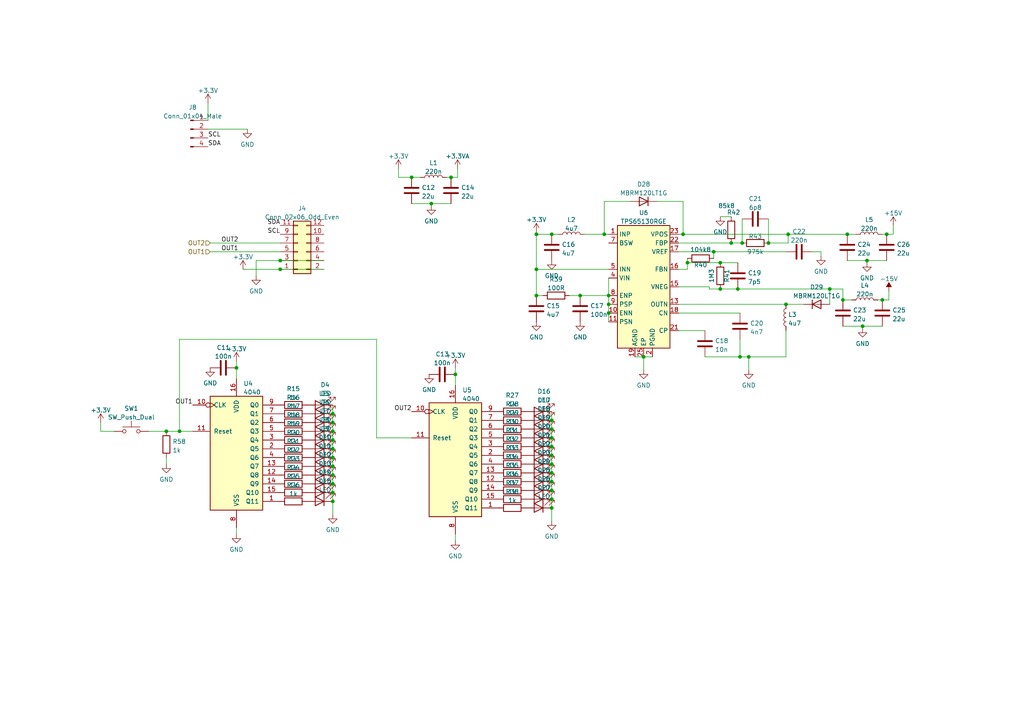
<source format=kicad_sch>
(kicad_sch (version 20211123) (generator eeschema)
  (paper "A4")
  (lib_symbols
    (symbol "4xxx:4040" (pin_names (offset 1.016))
      (property "Reference" "U" (at -7.62 16.51 0))
      (property "Value" "4040" (at -7.62 -19.05 0))
      (symbol "4040_1_0"
        (pin output line (at 12.7 -15.24 180) (length 5.08) (name "Q11") (number "1"))
        (pin input inverted_clock (at -12.7 12.7 0) (length 5.08) (name "CLK") (number "10"))
        (pin input line (at -12.7 5.08 0) (length 5.08) (name "Reset") (number "11"))
        (pin output line (at 12.7 -7.62 180) (length 5.08) (name "Q8") (number "12"))
        (pin output line (at 12.7 -5.08 180) (length 5.08) (name "Q7") (number "13"))
        (pin output line (at 12.7 -10.16 180) (length 5.08) (name "Q9") (number "14"))
        (pin output line (at 12.7 -12.7 180) (length 5.08) (name "Q10") (number "15"))
        (pin power_in line (at 0 20.32 270) (length 5.08) (name "VDD") (number "16"))
        (pin output line (at 12.7 0 180) (length 5.08) (name "Q5") (number "2"))
        (pin output line (at 12.7 2.54 180) (length 5.08) (name "Q4") (number "3"))
        (pin output line (at 12.7 -2.54 180) (length 5.08) (name "Q6") (number "4"))
        (pin output line (at 12.7 5.08 180) (length 5.08) (name "Q3") (number "5"))
        (pin output line (at 12.7 7.62 180) (length 5.08) (name "Q2") (number "6"))
        (pin output line (at 12.7 10.16 180) (length 5.08) (name "Q1") (number "7"))
        (pin power_in line (at 0 -22.86 90) (length 5.08) (name "VSS") (number "8"))
        (pin output line (at 12.7 12.7 180) (length 5.08) (name "Q0") (number "9"))
      )
      (symbol "4040_1_1"
        (rectangle (start -7.62 15.24) (end 7.62 -17.78) (stroke (width 0.254)) (fill (type background)))
      )
    )
    (symbol "Connector:Conn_01x04_Male" (pin_names (offset 1.016) hide)
      (property "Reference" "J" (at 0 5.08 0))
      (property "Value" "Conn_01x04_Male" (at 0 -7.62 0))
      (symbol "Conn_01x04_Male_1_1"
        (polyline (pts (xy 1.27 -5.08) (xy 0.8636 -5.08)) (stroke (width 0.1524)))
        (polyline (pts (xy 1.27 -2.54) (xy 0.8636 -2.54)) (stroke (width 0.1524)))
        (polyline (pts (xy 1.27 0) (xy 0.8636 0)) (stroke (width 0.1524)))
        (polyline (pts (xy 1.27 2.54) (xy 0.8636 2.54)) (stroke (width 0.1524)))
        (rectangle (start 0.8636 -4.953) (end 0 -5.207) (stroke (width 0.1524)) (fill (type outline)))
        (rectangle (start 0.8636 -2.413) (end 0 -2.667) (stroke (width 0.1524)) (fill (type outline)))
        (rectangle (start 0.8636 0.127) (end 0 -0.127) (stroke (width 0.1524)) (fill (type outline)))
        (rectangle (start 0.8636 2.667) (end 0 2.413) (stroke (width 0.1524)) (fill (type outline)))
        (pin passive line (at 5.08 2.54 180) (length 3.81) (name "Pin_1") (number "1"))
        (pin passive line (at 5.08 0 180) (length 3.81) (name "Pin_2") (number "2"))
        (pin passive line (at 5.08 -2.54 180) (length 3.81) (name "Pin_3") (number "3"))
        (pin passive line (at 5.08 -5.08 180) (length 3.81) (name "Pin_4") (number "4"))
      )
    )
    (symbol "Connector_Generic:Conn_02x06_Odd_Even" (pin_names (offset 1.016) hide)
      (property "Reference" "J" (at 1.27 7.62 0))
      (property "Value" "Conn_02x06_Odd_Even" (at 1.27 -10.16 0))
      (symbol "Conn_02x06_Odd_Even_1_1"
        (rectangle (start -1.27 -7.493) (end 0 -7.747) (stroke (width 0.1524)))
        (rectangle (start -1.27 -4.953) (end 0 -5.207) (stroke (width 0.1524)))
        (rectangle (start -1.27 -2.413) (end 0 -2.667) (stroke (width 0.1524)))
        (rectangle (start -1.27 0.127) (end 0 -0.127) (stroke (width 0.1524)))
        (rectangle (start -1.27 2.667) (end 0 2.413) (stroke (width 0.1524)))
        (rectangle (start -1.27 5.207) (end 0 4.953) (stroke (width 0.1524)))
        (rectangle (start -1.27 6.35) (end 3.81 -8.89) (stroke (width 0.254)) (fill (type background)))
        (rectangle (start 3.81 -7.493) (end 2.54 -7.747) (stroke (width 0.1524)))
        (rectangle (start 3.81 -4.953) (end 2.54 -5.207) (stroke (width 0.1524)))
        (rectangle (start 3.81 -2.413) (end 2.54 -2.667) (stroke (width 0.1524)))
        (rectangle (start 3.81 0.127) (end 2.54 -0.127) (stroke (width 0.1524)))
        (rectangle (start 3.81 2.667) (end 2.54 2.413) (stroke (width 0.1524)))
        (rectangle (start 3.81 5.207) (end 2.54 4.953) (stroke (width 0.1524)))
        (pin passive line (at -5.08 5.08 0) (length 3.81) (name "Pin_1") (number "1"))
        (pin passive line (at 7.62 -5.08 180) (length 3.81) (name "Pin_10") (number "10"))
        (pin passive line (at -5.08 -7.62 0) (length 3.81) (name "Pin_11") (number "11"))
        (pin passive line (at 7.62 -7.62 180) (length 3.81) (name "Pin_12") (number "12"))
        (pin passive line (at 7.62 5.08 180) (length 3.81) (name "Pin_2") (number "2"))
        (pin passive line (at -5.08 2.54 0) (length 3.81) (name "Pin_3") (number "3"))
        (pin passive line (at 7.62 2.54 180) (length 3.81) (name "Pin_4") (number "4"))
        (pin passive line (at -5.08 0 0) (length 3.81) (name "Pin_5") (number "5"))
        (pin passive line (at 7.62 0 180) (length 3.81) (name "Pin_6") (number "6"))
        (pin passive line (at -5.08 -2.54 0) (length 3.81) (name "Pin_7") (number "7"))
        (pin passive line (at 7.62 -2.54 180) (length 3.81) (name "Pin_8") (number "8"))
        (pin passive line (at -5.08 -5.08 0) (length 3.81) (name "Pin_9") (number "9"))
      )
    )
    (symbol "Device:C" (pin_numbers hide) (pin_names (offset 0.254))
      (property "Reference" "C" (at 0.635 2.54 0))
      (property "Value" "C" (at 0.635 -2.54 0))
      (symbol "C_0_1"
        (polyline (pts (xy -2.032 -0.762) (xy 2.032 -0.762)) (stroke (width 0.508)))
        (polyline (pts (xy -2.032 0.762) (xy 2.032 0.762)) (stroke (width 0.508)))
      )
      (symbol "C_1_1"
        (pin passive line (at 0 3.81 270) (length 2.794) (name "~") (number "1"))
        (pin passive line (at 0 -3.81 90) (length 2.794) (name "~") (number "2"))
      )
    )
    (symbol "Device:D" (pin_numbers hide) (pin_names (offset 1.016) hide)
      (property "Reference" "D" (at 0 2.54 0))
      (property "Value" "D" (at 0 -2.54 0))
      (symbol "D_0_1"
        (polyline (pts (xy -1.27 1.27) (xy -1.27 -1.27)) (stroke (width 0.254)))
        (polyline (pts (xy 1.27 0) (xy -1.27 0)))
        (polyline (pts (xy 1.27 1.27) (xy 1.27 -1.27) (xy -1.27 0) (xy 1.27 1.27)) (stroke (width 0.254)))
      )
      (symbol "D_1_1"
        (pin passive line (at -3.81 0 0) (length 2.54) (name "K") (number "1"))
        (pin passive line (at 3.81 0 180) (length 2.54) (name "A") (number "2"))
      )
    )
    (symbol "Device:L" (pin_numbers hide) (pin_names (offset 1.016) hide)
      (property "Reference" "L" (at -1.27 0 90))
      (property "Value" "L" (at 1.905 0 90))
      (symbol "L_0_1"
        (arc (start 0 -2.54) (mid 0.635 -1.905) (end 0 -1.27))
        (arc (start 0 -1.27) (mid 0.635 -0.635) (end 0 0))
        (arc (start 0 0) (mid 0.635 0.635) (end 0 1.27))
        (arc (start 0 1.27) (mid 0.635 1.905) (end 0 2.54))
      )
      (symbol "L_1_1"
        (pin passive line (at 0 3.81 270) (length 1.27) (name "1") (number "1"))
        (pin passive line (at 0 -3.81 90) (length 1.27) (name "2") (number "2"))
      )
    )
    (symbol "Device:LED" (pin_numbers hide) (pin_names (offset 1.016) hide)
      (property "Reference" "D" (at 0 2.54 0))
      (property "Value" "LED" (at 0 -2.54 0))
      (symbol "LED_0_1"
        (polyline (pts (xy -1.27 -1.27) (xy -1.27 1.27)) (stroke (width 0.254)))
        (polyline (pts (xy -1.27 0) (xy 1.27 0)))
        (polyline (pts (xy 1.27 -1.27) (xy 1.27 1.27) (xy -1.27 0) (xy 1.27 -1.27)) (stroke (width 0.254)))
        (polyline (pts (xy -3.048 -0.762) (xy -4.572 -2.286) (xy -3.81 -2.286) (xy -4.572 -2.286) (xy -4.572 -1.524)))
        (polyline (pts (xy -1.778 -0.762) (xy -3.302 -2.286) (xy -2.54 -2.286) (xy -3.302 -2.286) (xy -3.302 -1.524)))
      )
      (symbol "LED_1_1"
        (pin passive line (at -3.81 0 0) (length 2.54) (name "K") (number "1"))
        (pin passive line (at 3.81 0 180) (length 2.54) (name "A") (number "2"))
      )
    )
    (symbol "Device:R" (pin_numbers hide) (pin_names (offset 0))
      (property "Reference" "R" (at 2.032 0 90))
      (property "Value" "R" (at 0 0 90))
      (symbol "R_0_1"
        (rectangle (start -1.016 -2.54) (end 1.016 2.54) (stroke (width 0.254)))
      )
      (symbol "R_1_1"
        (pin passive line (at 0 3.81 270) (length 1.27) (name "~") (number "1"))
        (pin passive line (at 0 -3.81 90) (length 1.27) (name "~") (number "2"))
      )
    )
    (symbol "Regulator_Switching:TPS65130RGE"
      (property "Reference" "U" (at -6.858 21.082 0))
      (property "Value" "TPS65130RGE" (at -1.016 19.05 0))
      (symbol "TPS65130RGE_0_1"
        (rectangle (start -7.62 17.78) (end 7.62 -17.78) (stroke (width 0.254)) (fill (type background)))
      )
      (symbol "TPS65130RGE_1_1"
        (pin input line (at -10.16 15.24 0) (length 2.54) (name "INP") (number "1"))
        (pin input line (at -10.16 -7.62 0) (length 2.54) (name "ENN") (number "10"))
        (pin input line (at -10.16 -10.16 0) (length 2.54) (name "PSN") (number "11"))
        (pin no_connect line (at -7.62 7.62 0) (length 2.54) hide (name "NC") (number "12"))
        (pin output line (at 10.16 -5.08 180) (length 2.54) (name "OUTN") (number "13"))
        (pin passive line (at 10.16 -5.08 180) (length 2.54) hide (name "OUTN") (number "14"))
        (pin input line (at 10.16 0 180) (length 2.54) (name "VNEG") (number "15"))
        (pin input line (at 10.16 5.08 180) (length 2.54) (name "FBN") (number "16"))
        (pin output line (at 10.16 10.16 180) (length 2.54) (name "VREF") (number "17"))
        (pin passive line (at 10.16 -7.62 180) (length 2.54) (name "CN") (number "18"))
        (pin power_in line (at -2.54 -20.32 90) (length 2.54) (name "AGND") (number "19"))
        (pin power_in line (at 2.54 -20.32 90) (length 2.54) (name "PGND") (number "2"))
        (pin no_connect line (at -7.62 10.16 0) (length 2.54) hide (name "NC") (number "20"))
        (pin passive line (at 10.16 -12.7 180) (length 2.54) (name "CP") (number "21"))
        (pin input line (at 10.16 12.7 180) (length 2.54) (name "FBP") (number "22"))
        (pin input line (at 10.16 15.24 180) (length 2.54) (name "VPOS") (number "23"))
        (pin input line (at -10.16 15.24 0) (length 2.54) hide (name "INP") (number "24"))
        (pin passive line (at 0 -20.32 90) (length 2.54) (name "EP") (number "25"))
        (pin passive line (at 2.54 -20.32 90) (length 2.54) hide (name "PGND") (number "3"))
        (pin power_in line (at -10.16 2.54 0) (length 2.54) (name "VIN") (number "4"))
        (pin input line (at -10.16 5.08 0) (length 2.54) (name "INN") (number "5"))
        (pin input line (at -10.16 5.08 0) (length 2.54) hide (name "INN") (number "6"))
        (pin output line (at -10.16 12.7 0) (length 2.54) (name "BSW") (number "7"))
        (pin input line (at -10.16 -2.54 0) (length 2.54) (name "ENP") (number "8"))
        (pin input line (at -10.16 -5.08 0) (length 2.54) (name "PSP") (number "9"))
      )
    )
    (symbol "Switch:SW_Push" (pin_numbers hide) (pin_names (offset 1.016) hide)
      (property "Reference" "SW" (at 1.27 2.54 0))
      (property "Value" "SW_Push" (at 0 -1.524 0))
      (symbol "SW_Push_0_1"
        (circle (center -2.032 0) (radius 0.508))
        (polyline (pts (xy 0 1.27) (xy 0 3.048)))
        (polyline (pts (xy 2.54 1.27) (xy -2.54 1.27)))
        (circle (center 2.032 0) (radius 0.508))
        (pin passive line (at -5.08 0 0) (length 2.54) (name "1") (number "1"))
        (pin passive line (at 5.08 0 180) (length 2.54) (name "2") (number "2"))
      )
    )
    (symbol "power:+15V" (power) (pin_names (offset 0))
      (property "Value" "+15V" (at 0 3.556 0))
      (symbol "+15V_0_1"
        (polyline (pts (xy -0.762 1.27) (xy 0 2.54)))
        (polyline (pts (xy 0 0) (xy 0 2.54)))
        (polyline (pts (xy 0 2.54) (xy 0.762 1.27)))
      )
      (symbol "+15V_1_1"
        (pin power_in line (at 0 0 90) (length 0) hide (name "+15V") (number "1"))
      )
    )
    (symbol "power:+3.3V" (power) (pin_names (offset 0))
      (property "Value" "+3.3V" (at 0 3.556 0))
      (symbol "+3.3V_0_1"
        (polyline (pts (xy -0.762 1.27) (xy 0 2.54)))
        (polyline (pts (xy 0 0) (xy 0 2.54)))
        (polyline (pts (xy 0 2.54) (xy 0.762 1.27)))
      )
      (symbol "+3.3V_1_1"
        (pin power_in line (at 0 0 90) (length 0) hide (name "+3.3V") (number "1"))
      )
    )
    (symbol "power:+3.3VA" (power) (pin_names (offset 0))
      (property "Value" "+3.3VA" (at 0 3.556 0))
      (symbol "+3.3VA_0_1"
        (polyline (pts (xy -0.762 1.27) (xy 0 2.54)))
        (polyline (pts (xy 0 0) (xy 0 2.54)))
        (polyline (pts (xy 0 2.54) (xy 0.762 1.27)))
      )
      (symbol "+3.3VA_1_1"
        (pin power_in line (at 0 0 90) (length 0) hide (name "+3.3VA") (number "1"))
      )
    )
    (symbol "power:-15V" (power) (pin_names (offset 0))
      (property "Value" "-15V" (at 0 3.81 0))
      (symbol "-15V_0_0"
        (pin power_in line (at 0 0 90) (length 0) hide (name "-15V") (number "1"))
      )
      (symbol "-15V_0_1"
        (polyline (pts (xy 0 0) (xy 0 1.27) (xy 0.762 1.27) (xy 0 2.54) (xy -0.762 1.27) (xy 0 1.27)) (fill (type outline)))
      )
    )
    (symbol "power:GND" (power) (pin_names (offset 0))
      (property "Value" "GND" (at 0 -3.81 0))
      (symbol "GND_0_1"
        (polyline (pts (xy 0 0) (xy 0 -1.27) (xy 1.27 -1.27) (xy 0 -2.54) (xy -1.27 -1.27) (xy 0 -1.27)))
      )
      (symbol "GND_1_1"
        (pin power_in line (at 0 0 270) (length 0) hide (name "GND") (number "1"))
      )
    )
  )
  (junction (at 176.53 88.265))
  (junction (at 198.12 67.945))
  (junction (at 214.63 103.505))
  (junction (at 244.475 86.995))
  (junction (at 52.07 125.095))
  (junction (at 228.6 67.945))
  (junction (at 155.575 67.945))
  (junction (at 240.665 83.82))
  (junction (at 81.28 75.565))
  (junction (at 251.46 75.565))
  (junction (at 96.52 137.795))
  (junction (at 160.02 132.08))
  (junction (at 227.965 88.265))
  (junction (at 176.53 85.725))
  (junction (at 245.745 67.945))
  (junction (at 160.02 144.78))
  (junction (at 217.17 103.505))
  (junction (at 175.26 67.945))
  (junction (at 96.52 142.875))
  (junction (at 125.095 59.055))
  (junction (at 168.275 85.725))
  (junction (at 255.905 86.995))
  (junction (at 160.02 134.62))
  (junction (at 250.19 94.615))
  (junction (at 96.52 140.335))
  (junction (at 160.02 142.24))
  (junction (at 155.575 85.725))
  (junction (at 48.26 125.095))
  (junction (at 208.915 76.2))
  (junction (at 96.52 127.635))
  (junction (at 96.52 125.095))
  (junction (at 96.52 130.175))
  (junction (at 68.58 106.68))
  (junction (at 160.02 124.46))
  (junction (at 207.01 73.025))
  (junction (at 215.265 70.485))
  (junction (at 222.885 70.485))
  (junction (at 160.02 129.54))
  (junction (at 96.52 120.015))
  (junction (at 96.52 122.555))
  (junction (at 208.915 83.82))
  (junction (at 160.02 127))
  (junction (at 213.995 83.82))
  (junction (at 160.02 67.945))
  (junction (at 96.52 135.255))
  (junction (at 96.52 145.415))
  (junction (at 96.52 132.715))
  (junction (at 119.38 51.435))
  (junction (at 186.69 103.505))
  (junction (at 199.39 76.2))
  (junction (at 160.02 139.7))
  (junction (at 160.02 137.16))
  (junction (at 155.575 78.105))
  (junction (at 160.02 121.92))
  (junction (at 130.81 51.435))
  (junction (at 160.02 147.32))
  (junction (at 212.09 70.485))
  (junction (at 257.175 67.945))
  (junction (at 81.28 78.105))
  (junction (at 176.53 90.805))
  (junction (at 132.08 108.585))
  (wire (pts (xy 48.26 125.095) (xy 52.07 125.095)))
  (wire (pts (xy 199.39 76.2) (xy 199.39 74.93)))
  (wire (pts (xy 245.745 67.945) (xy 248.285 67.945)))
  (wire (pts (xy 155.575 78.105) (xy 155.575 67.945)))
  (wire (pts (xy 196.85 78.105) (xy 199.39 78.105)))
  (wire (pts (xy 160.02 134.62) (xy 160.02 137.16)))
  (wire (pts (xy 96.52 122.555) (xy 96.52 125.095)))
  (wire (pts (xy 160.02 127) (xy 160.02 129.54)))
  (wire (pts (xy 129.54 51.435) (xy 130.81 51.435)))
  (wire (pts (xy 160.02 132.08) (xy 160.02 134.62)))
  (wire (pts (xy 52.07 98.425) (xy 109.22 98.425)))
  (wire (pts (xy 176.53 90.805) (xy 176.53 93.345)))
  (wire (pts (xy 169.545 67.945) (xy 175.26 67.945)))
  (wire (pts (xy 160.02 144.78) (xy 160.02 147.32)))
  (wire (pts (xy 96.52 132.715) (xy 96.52 135.255)))
  (wire (pts (xy 176.53 78.105) (xy 155.575 78.105)))
  (wire (pts (xy 227.965 88.265) (xy 233.045 88.265)))
  (wire (pts (xy 160.02 121.92) (xy 160.02 124.46)))
  (wire (pts (xy 96.52 130.175) (xy 96.52 132.715)))
  (wire (pts (xy 119.38 51.435) (xy 115.57 51.435)))
  (wire (pts (xy 196.85 83.185) (xy 205.74 83.185)))
  (wire (pts (xy 196.85 70.485) (xy 212.09 70.485)))
  (wire (pts (xy 60.96 73.025) (xy 81.28 73.025)))
  (wire (pts (xy 96.52 142.875) (xy 96.52 145.415)))
  (wire (pts (xy 251.46 75.565) (xy 257.175 75.565)))
  (wire (pts (xy 132.08 108.585) (xy 132.08 111.76)))
  (wire (pts (xy 222.885 70.485) (xy 228.6 70.485)))
  (wire (pts (xy 68.58 104.775) (xy 68.58 106.68)))
  (wire (pts (xy 48.26 132.715) (xy 48.26 134.62)))
  (wire (pts (xy 217.17 103.505) (xy 227.965 103.505)))
  (wire (pts (xy 96.52 135.255) (xy 96.52 137.795)))
  (wire (pts (xy 196.85 90.805) (xy 214.63 90.805)))
  (wire (pts (xy 235.585 73.025) (xy 238.125 73.025)))
  (wire (pts (xy 212.09 70.485) (xy 215.265 70.485)))
  (wire (pts (xy 222.885 63.5) (xy 222.885 70.485)))
  (wire (pts (xy 198.12 58.42) (xy 198.12 67.945)))
  (wire (pts (xy 238.125 73.025) (xy 238.125 74.295)))
  (wire (pts (xy 109.22 127) (xy 119.38 127)))
  (wire (pts (xy 68.58 153.035) (xy 68.58 154.94)))
  (wire (pts (xy 132.08 106.68) (xy 132.08 108.585)))
  (wire (pts (xy 60.96 70.485) (xy 81.28 70.485)))
  (wire (pts (xy 175.26 58.42) (xy 175.26 67.945)))
  (wire (pts (xy 160.02 139.7) (xy 160.02 142.24)))
  (wire (pts (xy 60.325 29.845) (xy 60.325 34.925)))
  (wire (pts (xy 155.575 67.945) (xy 155.575 67.31)))
  (wire (pts (xy 255.905 67.945) (xy 257.175 67.945)))
  (wire (pts (xy 160.02 129.54) (xy 160.02 132.08)))
  (wire (pts (xy 208.915 76.2) (xy 213.995 76.2)))
  (wire (pts (xy 43.18 125.095) (xy 48.26 125.095)))
  (wire (pts (xy 160.02 124.46) (xy 160.02 127)))
  (wire (pts (xy 186.69 103.505) (xy 189.23 103.505)))
  (wire (pts (xy 207.01 73.025) (xy 227.965 73.025)))
  (wire (pts (xy 109.22 98.425) (xy 109.22 127)))
  (wire (pts (xy 240.665 83.82) (xy 240.665 88.265)))
  (wire (pts (xy 160.02 147.32) (xy 160.02 151.13)))
  (wire (pts (xy 176.53 80.645) (xy 176.53 85.725)))
  (wire (pts (xy 196.85 73.025) (xy 207.01 73.025)))
  (wire (pts (xy 245.745 75.565) (xy 251.46 75.565)))
  (wire (pts (xy 29.21 125.095) (xy 33.02 125.095)))
  (wire (pts (xy 175.26 67.945) (xy 176.53 67.945)))
  (wire (pts (xy 244.475 86.995) (xy 247.015 86.995)))
  (wire (pts (xy 96.52 137.795) (xy 96.52 140.335)))
  (wire (pts (xy 74.295 75.565) (xy 74.295 80.01)))
  (wire (pts (xy 257.175 67.945) (xy 259.08 67.945)))
  (wire (pts (xy 244.475 83.82) (xy 244.475 86.995)))
  (wire (pts (xy 259.08 67.945) (xy 259.08 65.405)))
  (wire (pts (xy 214.63 103.505) (xy 217.17 103.505)))
  (wire (pts (xy 186.69 103.505) (xy 186.69 107.315)))
  (wire (pts (xy 96.52 120.015) (xy 96.52 122.555)))
  (wire (pts (xy 176.53 85.725) (xy 176.53 88.265)))
  (wire (pts (xy 214.63 98.425) (xy 214.63 103.505)))
  (wire (pts (xy 132.08 154.94) (xy 132.08 156.845)))
  (wire (pts (xy 160.02 142.24) (xy 160.02 144.78)))
  (wire (pts (xy 254.635 86.995) (xy 255.905 86.995)))
  (wire (pts (xy 215.265 63.5) (xy 215.265 70.485)))
  (wire (pts (xy 60.325 37.465) (xy 71.755 37.465)))
  (wire (pts (xy 184.15 103.505) (xy 186.69 103.505)))
  (wire (pts (xy 257.81 86.995) (xy 257.81 84.455)))
  (wire (pts (xy 228.6 70.485) (xy 228.6 67.945)))
  (wire (pts (xy 119.38 51.435) (xy 121.92 51.435)))
  (wire (pts (xy 52.07 125.095) (xy 52.07 98.425)))
  (wire (pts (xy 93.98 75.565) (xy 81.28 75.565)))
  (wire (pts (xy 165.1 85.725) (xy 168.275 85.725)))
  (wire (pts (xy 227.965 103.505) (xy 227.965 95.885)))
  (wire (pts (xy 93.98 78.105) (xy 81.28 78.105)))
  (wire (pts (xy 198.12 67.945) (xy 228.6 67.945)))
  (wire (pts (xy 157.48 85.725) (xy 155.575 85.725)))
  (wire (pts (xy 160.02 67.945) (xy 155.575 67.945)))
  (wire (pts (xy 208.915 83.82) (xy 213.995 83.82)))
  (wire (pts (xy 250.19 94.615) (xy 250.19 95.25)))
  (wire (pts (xy 213.995 83.82) (xy 240.665 83.82)))
  (wire (pts (xy 161.925 67.945) (xy 160.02 67.945)))
  (wire (pts (xy 155.575 85.725) (xy 155.575 78.105)))
  (wire (pts (xy 119.38 59.055) (xy 125.095 59.055)))
  (wire (pts (xy 207.01 73.025) (xy 207.01 74.93)))
  (wire (pts (xy 125.095 59.055) (xy 130.81 59.055)))
  (wire (pts (xy 81.28 75.565) (xy 74.295 75.565)))
  (wire (pts (xy 205.74 83.82) (xy 208.915 83.82)))
  (wire (pts (xy 68.58 106.68) (xy 68.58 109.855)))
  (wire (pts (xy 96.52 125.095) (xy 96.52 127.635)))
  (wire (pts (xy 208.915 62.865) (xy 212.09 62.865)))
  (wire (pts (xy 132.715 51.435) (xy 132.715 48.895)))
  (wire (pts (xy 217.17 103.505) (xy 217.17 107.315)))
  (wire (pts (xy 196.85 95.885) (xy 204.47 95.885)))
  (wire (pts (xy 125.095 59.055) (xy 125.095 59.69)))
  (wire (pts (xy 196.85 67.945) (xy 198.12 67.945)))
  (wire (pts (xy 199.39 76.2) (xy 208.915 76.2)))
  (wire (pts (xy 250.19 94.615) (xy 255.905 94.615)))
  (wire (pts (xy 204.47 103.505) (xy 214.63 103.505)))
  (wire (pts (xy 205.74 83.185) (xy 205.74 83.82)))
  (wire (pts (xy 255.905 86.995) (xy 257.81 86.995)))
  (wire (pts (xy 96.52 140.335) (xy 96.52 142.875)))
  (wire (pts (xy 115.57 51.435) (xy 115.57 48.895)))
  (wire (pts (xy 244.475 94.615) (xy 250.19 94.615)))
  (wire (pts (xy 70.485 78.105) (xy 81.28 78.105)))
  (wire (pts (xy 182.88 58.42) (xy 175.26 58.42)))
  (wire (pts (xy 160.02 137.16) (xy 160.02 139.7)))
  (wire (pts (xy 96.52 117.475) (xy 96.52 120.015)))
  (wire (pts (xy 96.52 145.415) (xy 96.52 149.225)))
  (wire (pts (xy 29.21 122.555) (xy 29.21 125.095)))
  (wire (pts (xy 176.53 88.265) (xy 176.53 90.805)))
  (wire (pts (xy 240.665 83.82) (xy 244.475 83.82)))
  (wire (pts (xy 199.39 78.105) (xy 199.39 76.2)))
  (wire (pts (xy 251.46 75.565) (xy 251.46 76.2)))
  (wire (pts (xy 196.85 88.265) (xy 227.965 88.265)))
  (wire (pts (xy 96.52 127.635) (xy 96.52 130.175)))
  (wire (pts (xy 52.07 125.095) (xy 55.88 125.095)))
  (wire (pts (xy 228.6 67.945) (xy 245.745 67.945)))
  (wire (pts (xy 160.02 119.38) (xy 160.02 121.92)))
  (wire (pts (xy 190.5 58.42) (xy 198.12 58.42)))
  (wire (pts (xy 168.275 85.725) (xy 176.53 85.725)))
  (wire (pts (xy 130.81 51.435) (xy 132.715 51.435)))
  (label "OUT1" (at 64.135 73.025 0))
  (label "SCL" (at 60.325 40.005 0))
  (label "SDA" (at 60.325 42.545 0))
  (label "SDA" (at 81.28 65.405 180))
  (label "OUT2" (at 64.135 70.485 0))
  (label "SCL" (at 81.28 67.945 180))
  (label "OUT1" (at 55.88 117.475 180))
  (label "OUT2" (at 119.38 119.38 180))
  (hierarchical_label "OUT2" (shape input) (at 60.96 70.485 180))
  (hierarchical_label "OUT1" (shape input) (at 60.96 73.025 180))
  (symbol (lib_id "Device:R") (at 148.59 121.92 90) (unit 1)
    (property "Reference" "R28" (at 148.59 117.2042 90))
    (property "Value" "1k" (at 148.59 119.7411 90))
    (property "Footprint" "Resistor_SMD:R_0402_1005Metric" (effects hide))
  )
  (symbol (lib_id "Device:R") (at 161.29 85.725 90) (unit 1)
    (property "Reference" "R39" (at 161.29 81.0092 90))
    (property "Value" "100R" (at 161.29 83.5461 90))
    (property "Footprint" "Resistor_SMD:R_0402_1005Metric" (effects hide))
  )
  (symbol (lib_id "Device:R") (at 148.59 124.46 90) (unit 1)
    (property "Reference" "R29" (at 148.59 119.7442 90))
    (property "Value" "1k" (at 148.59 122.2811 90))
    (property "Footprint" "Resistor_SMD:R_0402_1005Metric" (effects hide))
  )
  (symbol (lib_id "Device:LED") (at 156.21 134.62 180) (unit 1)
    (property "Reference" "D22" (at 157.7975 128.7612 0))
    (property "Value" "LED" (at 157.7975 131.2981 0))
    (property "Footprint" "LED_SMD:LED_0603_1608Metric" (effects hide))
  )
  (symbol (lib_id "power:GND") (at 251.46 76.2 0) (unit 1)
    (property "Reference" "#PWR0131" (effects hide))
    (property "Value" "GND" (at 251.46 80.6434 0))
  )
  (symbol (lib_id "power:GND") (at 160.02 75.565 0) (unit 1)
    (property "Reference" "#PWR0125" (effects hide))
    (property "Value" "GND" (at 160.02 80.0084 0))
  )
  (symbol (lib_id "Device:LED") (at 156.21 147.32 180) (unit 1)
    (property "Reference" "D27" (at 157.7975 141.4612 0))
    (property "Value" "LED" (at 157.7975 143.9981 0))
    (property "Footprint" "LED_SMD:LED_0603_1608Metric" (effects hide))
  )
  (symbol (lib_id "power:GND") (at 71.755 37.465 0) (unit 1)
    (property "Reference" "#PWR0176" (effects hide))
    (property "Value" "GND" (at 71.755 41.9084 0))
  )
  (symbol (lib_id "Device:R") (at 85.09 132.715 90) (unit 1)
    (property "Reference" "R21" (at 85.09 127.9992 90))
    (property "Value" "1k" (at 85.09 130.5361 90))
    (property "Footprint" "Resistor_SMD:R_0402_1005Metric" (effects hide))
  )
  (symbol (lib_id "Device:R") (at 148.59 129.54 90) (unit 1)
    (property "Reference" "R31" (at 148.59 124.8242 90))
    (property "Value" "1k" (at 148.59 127.3611 90))
    (property "Footprint" "Resistor_SMD:R_0402_1005Metric" (effects hide))
  )
  (symbol (lib_id "Device:C") (at 214.63 94.615 180) (unit 1)
    (property "Reference" "C20" (at 217.551 93.7803 0) (effects (justify right)))
    (property "Value" "4n7" (at 217.551 96.3172 0) (effects (justify right)))
    (property "Footprint" "Capacitor_SMD:C_0402_1005Metric" (effects hide))
  )
  (symbol (lib_id "Device:LED") (at 156.21 129.54 180) (unit 1)
    (property "Reference" "D20" (at 157.7975 123.6812 0))
    (property "Value" "LED" (at 157.7975 126.2181 0))
    (property "Footprint" "LED_SMD:LED_0603_1608Metric" (effects hide))
  )
  (symbol (lib_id "power:GND") (at 217.17 107.315 0) (unit 1)
    (property "Reference" "#PWR0129" (effects hide))
    (property "Value" "GND" (at 217.17 111.7584 0))
  )
  (symbol (lib_id "Device:R") (at 148.59 119.38 90) (unit 1)
    (property "Reference" "R27" (at 148.59 114.6642 90))
    (property "Value" "1k" (at 148.59 117.2011 90))
    (property "Footprint" "Resistor_SMD:R_0402_1005Metric" (effects hide))
  )
  (symbol (lib_id "Device:LED") (at 156.21 119.38 180) (unit 1)
    (property "Reference" "D16" (at 157.7975 113.5212 0))
    (property "Value" "LED" (at 157.7975 116.0581 0))
    (property "Footprint" "LED_SMD:LED_0603_1608Metric" (effects hide))
  )
  (symbol (lib_id "Device:L") (at 125.73 51.435 90) (unit 1)
    (property "Reference" "L1" (at 125.73 47.2272 90))
    (property "Value" "220n" (at 125.73 49.7641 90))
    (property "Footprint" "Inductor_SMD:L_1210_3225Metric" (effects hide))
  )
  (symbol (lib_id "power:GND") (at 68.58 154.94 0) (unit 1)
    (property "Reference" "#PWR0148" (effects hide))
    (property "Value" "GND" (at 68.58 159.3834 0))
  )
  (symbol (lib_id "Device:R") (at 85.09 142.875 90) (unit 1)
    (property "Reference" "R25" (at 85.09 138.1592 90))
    (property "Value" "1k" (at 85.09 140.6961 90))
    (property "Footprint" "Resistor_SMD:R_0402_1005Metric" (effects hide))
  )
  (symbol (lib_id "Device:LED") (at 92.71 125.095 180) (unit 1)
    (property "Reference" "D7" (at 94.2975 119.2362 0))
    (property "Value" "LED" (at 94.2975 121.7731 0))
    (property "Footprint" "LED_SMD:LED_0603_1608Metric" (effects hide))
  )
  (symbol (lib_id "Device:R") (at 148.59 142.24 90) (unit 1)
    (property "Reference" "R36" (at 148.59 137.5242 90))
    (property "Value" "1k" (at 148.59 140.0611 90))
    (property "Footprint" "Resistor_SMD:R_0402_1005Metric" (effects hide))
  )
  (symbol (lib_id "Device:C") (at 213.995 80.01 180) (unit 1)
    (property "Reference" "C19" (at 216.916 79.1753 0) (effects (justify right)))
    (property "Value" "7p5" (at 216.916 81.7122 0) (effects (justify right)))
    (property "Footprint" "Capacitor_SMD:C_0402_1005Metric" (effects hide))
  )
  (symbol (lib_id "Device:C") (at 155.575 89.535 0) (unit 1)
    (property "Reference" "C15" (at 158.496 88.7003 0) (effects (justify left)))
    (property "Value" "4u7" (at 158.496 91.2372 0) (effects (justify left)))
    (property "Footprint" "Capacitor_SMD:C_0603_1608Metric" (effects hide))
  )
  (symbol (lib_id "Device:R") (at 85.09 137.795 90) (unit 1)
    (property "Reference" "R23" (at 85.09 133.0792 90))
    (property "Value" "1k" (at 85.09 135.6161 90))
    (property "Footprint" "Resistor_SMD:R_0402_1005Metric" (effects hide))
  )
  (symbol (lib_id "Device:R") (at 148.59 132.08 90) (unit 1)
    (property "Reference" "R32" (at 148.59 127.3642 90))
    (property "Value" "1k" (at 148.59 129.9011 90))
    (property "Footprint" "Resistor_SMD:R_0402_1005Metric" (effects hide))
  )
  (symbol (lib_id "Device:C") (at 231.775 73.025 270) (unit 1)
    (property "Reference" "C22" (at 231.775 67.1662 90))
    (property "Value" "220n" (at 231.775 69.7031 90))
    (property "Footprint" "Capacitor_SMD:C_0402_1005Metric" (effects hide))
  )
  (symbol (lib_id "power:GND") (at 74.295 80.01 0) (unit 1)
    (property "Reference" "#PWR0142" (effects hide))
    (property "Value" "GND" (at 74.295 84.4534 0))
  )
  (symbol (lib_id "Switch:SW_Push") (at 38.1 125.095 0) (unit 1)
    (property "Reference" "SW1" (at 38.1 118.4742 0))
    (property "Value" "SW_Push_Dual" (at 38.1 121.0111 0))
    (property "Footprint" "Button_Switch_SMD:SW_DIP_SPSTx01_Slide_6.7x4.1mm_W8.61mm_P2.54mm_LowProfile" (effects hide))
  )
  (symbol (lib_id "power:GND") (at 186.69 107.315 0) (unit 1)
    (property "Reference" "#PWR0128" (effects hide))
    (property "Value" "GND" (at 186.69 111.7584 0))
  )
  (symbol (lib_id "Device:C") (at 168.275 89.535 0) (unit 1)
    (property "Reference" "C17" (at 171.196 88.7003 0) (effects (justify left)))
    (property "Value" "100n" (at 171.196 91.2372 0) (effects (justify left)))
    (property "Footprint" "Capacitor_SMD:C_0402_1005Metric" (effects hide))
  )
  (symbol (lib_id "Device:R") (at 148.59 134.62 90) (unit 1)
    (property "Reference" "R33" (at 148.59 129.9042 90))
    (property "Value" "1k" (at 148.59 132.4411 90))
    (property "Footprint" "Resistor_SMD:R_0402_1005Metric" (effects hide))
  )
  (symbol (lib_id "Device:C") (at 204.47 99.695 180) (unit 1)
    (property "Reference" "C18" (at 207.391 98.8603 0) (effects (justify right)))
    (property "Value" "10n" (at 207.391 101.3972 0) (effects (justify right)))
    (property "Footprint" "Capacitor_SMD:C_0402_1005Metric" (effects hide))
  )
  (symbol (lib_id "Device:LED") (at 92.71 137.795 180) (unit 1)
    (property "Reference" "D12" (at 94.2975 131.9362 0))
    (property "Value" "LED" (at 94.2975 134.4731 0))
    (property "Footprint" "LED_SMD:LED_0603_1608Metric" (effects hide))
  )
  (symbol (lib_id "Device:R") (at 85.09 117.475 90) (unit 1)
    (property "Reference" "R15" (at 85.09 112.7592 90))
    (property "Value" "1k" (at 85.09 115.2961 90))
    (property "Footprint" "Resistor_SMD:R_0402_1005Metric" (effects hide))
  )
  (symbol (lib_id "Device:LED") (at 156.21 127 180) (unit 1)
    (property "Reference" "D19" (at 157.7975 121.1412 0))
    (property "Value" "LED" (at 157.7975 123.6781 0))
    (property "Footprint" "LED_SMD:LED_0603_1608Metric" (effects hide))
  )
  (symbol (lib_id "Device:R") (at 219.075 70.485 90) (unit 1)
    (property "Reference" "R43" (at 219.075 68.58 90))
    (property "Value" "975k" (at 219.075 73.025 90))
    (property "Footprint" "Resistor_SMD:R_0402_1005Metric" (effects hide))
  )
  (symbol (lib_id "Device:D") (at 236.855 88.265 0) (unit 1)
    (property "Reference" "D29" (at 236.855 83.2952 0))
    (property "Value" "MBRM120LT1G" (at 236.855 85.8321 0))
    (property "Footprint" "Diode_SMD:D_Powermite_AK" (effects hide))
  )
  (symbol (lib_id "Device:LED") (at 92.71 127.635 180) (unit 1)
    (property "Reference" "D8" (at 94.2975 121.7762 0))
    (property "Value" "LED" (at 94.2975 124.3131 0))
    (property "Footprint" "LED_SMD:LED_0603_1608Metric" (effects hide))
  )
  (symbol (lib_id "Device:LED") (at 156.21 121.92 180) (unit 1)
    (property "Reference" "D17" (at 157.7975 116.0612 0))
    (property "Value" "LED" (at 157.7975 118.5981 0))
    (property "Footprint" "LED_SMD:LED_0603_1608Metric" (effects hide))
  )
  (symbol (lib_id "Connector:Conn_01x04_Male") (at 55.245 37.465 0) (unit 1)
    (property "Reference" "J8" (at 55.88 31.149 0))
    (property "Value" "Conn_01x04_Male" (at 55.88 33.6859 0))
    (property "Footprint" "Connector_PinHeader_2.54mm:PinHeader_1x04_P2.54mm_Vertical" (effects hide))
  )
  (symbol (lib_id "power:+15V") (at 259.08 65.405 0) (unit 1)
    (property "Reference" "#PWR0135" (effects hide))
    (property "Value" "+15V" (at 259.08 61.8292 0))
  )
  (symbol (lib_id "Device:R") (at 85.09 127.635 90) (unit 1)
    (property "Reference" "R19" (at 85.09 122.9192 90))
    (property "Value" "1k" (at 85.09 125.4561 90))
    (property "Footprint" "Resistor_SMD:R_0402_1005Metric" (effects hide))
  )
  (symbol (lib_id "4xxx:4040") (at 68.58 130.175 0) (unit 1)
    (property "Reference" "U4" (at 70.5994 111.2352 0) (effects (justify left)))
    (property "Value" "4040" (at 70.5994 113.7721 0) (effects (justify left)))
    (property "Footprint" "Package_SO:SOIC-16_3.9x9.9mm_P1.27mm" (effects hide))
    (property "Datasheet" "http://www.intersil.com/content/dam/Intersil/documents/cd40/cd4020bms-24bms-40bms.pdf" (effects hide))
  )
  (symbol (lib_id "Device:C") (at 119.38 55.245 0) (unit 1)
    (property "Reference" "C12" (at 122.301 54.4103 0) (effects (justify left)))
    (property "Value" "22u" (at 122.301 56.9472 0) (effects (justify left)))
    (property "Footprint" "Capacitor_SMD:C_0805_2012Metric" (effects hide))
  )
  (symbol (lib_id "Device:R") (at 203.2 74.93 270) (unit 1)
    (property "Reference" "R40" (at 203.2 76.835 90))
    (property "Value" "104k8" (at 203.2 72.39 90))
    (property "Footprint" "Resistor_SMD:R_0402_1005Metric" (effects hide))
  )
  (symbol (lib_id "Device:LED") (at 92.71 142.875 180) (unit 1)
    (property "Reference" "D14" (at 94.2975 137.0162 0))
    (property "Value" "LED" (at 94.2975 139.5531 0))
    (property "Footprint" "LED_SMD:LED_0603_1608Metric" (effects hide))
  )
  (symbol (lib_id "power:GND") (at 125.095 59.69 0) (unit 1)
    (property "Reference" "#PWR0137" (effects hide))
    (property "Value" "GND" (at 125.095 64.1334 0))
  )
  (symbol (lib_id "4xxx:4040") (at 132.08 132.08 0) (unit 1)
    (property "Reference" "U5" (at 134.0994 113.1402 0) (effects (justify left)))
    (property "Value" "4040" (at 134.0994 115.6771 0) (effects (justify left)))
    (property "Footprint" "Package_SO:SOIC-16_3.9x9.9mm_P1.27mm" (effects hide))
    (property "Datasheet" "http://www.intersil.com/content/dam/Intersil/documents/cd40/cd4020bms-24bms-40bms.pdf" (effects hide))
  )
  (symbol (lib_id "Device:R") (at 85.09 145.415 90) (unit 1)
    (property "Reference" "R26" (at 85.09 140.6992 90))
    (property "Value" "1k" (at 85.09 143.2361 90))
    (property "Footprint" "Resistor_SMD:R_0402_1005Metric" (effects hide))
  )
  (symbol (lib_id "Device:C") (at 257.175 71.755 0) (unit 1)
    (property "Reference" "C26" (at 260.096 70.9203 0) (effects (justify left)))
    (property "Value" "22u" (at 260.096 73.4572 0) (effects (justify left)))
    (property "Footprint" "Capacitor_SMD:C_0805_2012Metric" (effects hide))
  )
  (symbol (lib_id "Device:C") (at 219.075 63.5 90) (unit 1)
    (property "Reference" "C21" (at 219.075 57.6412 90))
    (property "Value" "6p8" (at 219.075 60.1781 90))
    (property "Footprint" "Capacitor_SMD:C_0402_1005Metric" (effects hide))
  )
  (symbol (lib_id "power:+3.3V") (at 70.485 78.105 0) (unit 1)
    (property "Reference" "#PWR0143" (effects hide))
    (property "Value" "+3.3V" (at 70.485 74.5292 0))
  )
  (symbol (lib_id "Device:LED") (at 92.71 145.415 180) (unit 1)
    (property "Reference" "D15" (at 94.2975 139.5562 0))
    (property "Value" "LED" (at 94.2975 142.0931 0))
    (property "Footprint" "LED_SMD:LED_0603_1608Metric" (effects hide))
  )
  (symbol (lib_id "power:GND") (at 155.575 93.345 0) (unit 1)
    (property "Reference" "#PWR0126" (effects hide))
    (property "Value" "GND" (at 155.575 97.7884 0))
  )
  (symbol (lib_id "Device:C") (at 64.77 106.68 90) (unit 1)
    (property "Reference" "C11" (at 64.77 100.8212 90))
    (property "Value" "100n" (at 64.77 103.3581 90))
    (property "Footprint" "Capacitor_SMD:C_0402_1005Metric" (effects hide))
  )
  (symbol (lib_id "Device:L") (at 250.825 86.995 90) (unit 1)
    (property "Reference" "L4" (at 250.825 82.7872 90))
    (property "Value" "220n" (at 250.825 85.3241 90))
    (property "Footprint" "Inductor_SMD:L_1210_3225Metric" (effects hide))
  )
  (symbol (lib_id "Device:R") (at 85.09 135.255 90) (unit 1)
    (property "Reference" "R22" (at 85.09 130.5392 90))
    (property "Value" "1k" (at 85.09 133.0761 90))
    (property "Footprint" "Resistor_SMD:R_0402_1005Metric" (effects hide))
  )
  (symbol (lib_id "power:+3.3V") (at 115.57 48.895 0) (unit 1)
    (property "Reference" "#PWR0139" (effects hide))
    (property "Value" "+3.3V" (at 115.57 45.3192 0))
  )
  (symbol (lib_id "Device:C") (at 160.02 71.755 0) (unit 1)
    (property "Reference" "C16" (at 162.941 70.9203 0) (effects (justify left)))
    (property "Value" "4u7" (at 162.941 73.4572 0) (effects (justify left)))
    (property "Footprint" "Capacitor_SMD:C_0603_1608Metric" (effects hide))
  )
  (symbol (lib_id "Device:LED") (at 156.21 139.7 180) (unit 1)
    (property "Reference" "D24" (at 157.7975 133.8412 0))
    (property "Value" "LED" (at 157.7975 136.3781 0))
    (property "Footprint" "LED_SMD:LED_0603_1608Metric" (effects hide))
  )
  (symbol (lib_id "Device:LED") (at 156.21 124.46 180) (unit 1)
    (property "Reference" "D18" (at 157.7975 118.6012 0))
    (property "Value" "LED" (at 157.7975 121.1381 0))
    (property "Footprint" "LED_SMD:LED_0603_1608Metric" (effects hide))
  )
  (symbol (lib_id "Device:R") (at 85.09 122.555 90) (unit 1)
    (property "Reference" "R17" (at 85.09 117.8392 90))
    (property "Value" "1k" (at 85.09 120.3761 90))
    (property "Footprint" "Resistor_SMD:R_0402_1005Metric" (effects hide))
  )
  (symbol (lib_id "Device:R") (at 208.915 80.01 0) (unit 1)
    (property "Reference" "R41" (at 210.82 80.01 90))
    (property "Value" "1M3" (at 206.375 80.01 90))
    (property "Footprint" "Resistor_SMD:R_0402_1005Metric" (effects hide))
  )
  (symbol (lib_id "power:GND") (at 168.275 93.345 0) (unit 1)
    (property "Reference" "#PWR0127" (effects hide))
    (property "Value" "GND" (at 168.275 97.7884 0))
  )
  (symbol (lib_id "Device:LED") (at 92.71 132.715 180) (unit 1)
    (property "Reference" "D10" (at 94.2975 126.8562 0))
    (property "Value" "LED" (at 94.2975 129.3931 0))
    (property "Footprint" "LED_SMD:LED_0603_1608Metric" (effects hide))
  )
  (symbol (lib_id "power:GND") (at 48.26 134.62 0) (unit 1)
    (property "Reference" "#PWR0149" (effects hide))
    (property "Value" "GND" (at 48.26 139.0634 0))
  )
  (symbol (lib_id "Device:L") (at 165.735 67.945 90) (unit 1)
    (property "Reference" "L2" (at 165.735 63.7372 90))
    (property "Value" "4u7" (at 165.735 66.2741 90))
    (property "Footprint" "Inductor_SMD:L_1210_3225Metric" (effects hide))
  )
  (symbol (lib_id "Device:C") (at 128.27 108.585 90) (unit 1)
    (property "Reference" "C13" (at 128.27 102.7262 90))
    (property "Value" "100n" (at 128.27 105.2631 90))
    (property "Footprint" "Capacitor_SMD:C_0402_1005Metric" (effects hide))
  )
  (symbol (lib_id "Device:D") (at 186.69 58.42 180) (unit 1)
    (property "Reference" "D28" (at 186.69 53.4502 0))
    (property "Value" "MBRM120LT1G" (at 186.69 55.9871 0))
    (property "Footprint" "Diode_SMD:D_Powermite_AK" (effects hide))
  )
  (symbol (lib_id "Device:R") (at 85.09 130.175 90) (unit 1)
    (property "Reference" "R20" (at 85.09 125.4592 90))
    (property "Value" "1k" (at 85.09 127.9961 90))
    (property "Footprint" "Resistor_SMD:R_0402_1005Metric" (effects hide))
  )
  (symbol (lib_id "power:-15V") (at 257.81 84.455 0) (unit 1)
    (property "Reference" "#PWR0132" (effects hide))
    (property "Value" "-15V" (at 257.81 80.8792 0))
  )
  (symbol (lib_id "power:GND") (at 238.125 74.295 0) (unit 1)
    (property "Reference" "#PWR0134" (effects hide))
    (property "Value" "GND" (at 238.125 78.7384 0))
  )
  (symbol (lib_id "power:GND") (at 60.96 106.68 0) (unit 1)
    (property "Reference" "#PWR0140" (effects hide))
    (property "Value" "GND" (at 60.96 111.1234 0))
  )
  (symbol (lib_id "power:+3.3V") (at 60.325 29.845 0) (unit 1)
    (property "Reference" "#PWR0177" (effects hide))
    (property "Value" "+3.3V" (at 60.325 26.2692 0))
  )
  (symbol (lib_id "Regulator_Switching:TPS65130RGE") (at 186.69 83.185 0) (unit 1)
    (property "Reference" "U6" (at 186.69 61.7052 0))
    (property "Value" "TPS65130RGE" (at 186.69 64.2421 0))
    (property "Footprint" "Package_DFN_QFN:VQFN-24-1EP_4x4mm_P0.5mm_EP2.45x2.45mm_ThermalVias" (effects hide))
    (property "Datasheet" "http://www.ti.com/lit/ds/symlink/tps65130.pdf" (effects hide))
  )
  (symbol (lib_id "power:GND") (at 124.46 108.585 0) (unit 1)
    (property "Reference" "#PWR0150" (effects hide))
    (property "Value" "GND" (at 124.46 113.0284 0))
  )
  (symbol (lib_id "power:GND") (at 132.08 156.845 0) (unit 1)
    (property "Reference" "#PWR0145" (effects hide))
    (property "Value" "GND" (at 132.08 161.2884 0))
  )
  (symbol (lib_id "power:+3.3V") (at 68.58 104.775 0) (unit 1)
    (property "Reference" "#PWR0141" (effects hide))
    (property "Value" "+3.3V" (at 68.58 101.1992 0))
  )
  (symbol (lib_id "Connector_Generic:Conn_02x06_Odd_Even") (at 86.36 73.025 0) (mirror x) (unit 1)
    (property "Reference" "J4" (at 87.63 60.4352 0))
    (property "Value" "Conn_02x06_Odd_Even" (at 87.63 62.9721 0))
    (property "Footprint" "Connector_PinHeader_2.54mm:PinHeader_2x06_P2.54mm_Horizontal" (effects hide))
  )
  (symbol (lib_id "Device:R") (at 148.59 139.7 90) (unit 1)
    (property "Reference" "R35" (at 148.59 134.9842 90))
    (property "Value" "1k" (at 148.59 137.5211 90))
    (property "Footprint" "Resistor_SMD:R_0402_1005Metric" (effects hide))
  )
  (symbol (lib_id "Device:C") (at 245.745 71.755 0) (unit 1)
    (property "Reference" "C24" (at 248.666 70.9203 0) (effects (justify left)))
    (property "Value" "22u" (at 248.666 73.4572 0) (effects (justify left)))
    (property "Footprint" "Capacitor_SMD:C_0805_2012Metric" (effects hide))
  )
  (symbol (lib_id "Device:R") (at 148.59 127 90) (unit 1)
    (property "Reference" "R30" (at 148.59 122.2842 90))
    (property "Value" "1k" (at 148.59 124.8211 90))
    (property "Footprint" "Resistor_SMD:R_0402_1005Metric" (effects hide))
  )
  (symbol (lib_id "Device:LED") (at 156.21 144.78 180) (unit 1)
    (property "Reference" "D26" (at 157.7975 138.9212 0))
    (property "Value" "LED" (at 157.7975 141.4581 0))
    (property "Footprint" "LED_SMD:LED_0603_1608Metric" (effects hide))
  )
  (symbol (lib_id "power:+3.3V") (at 29.21 122.555 0) (unit 1)
    (property "Reference" "#PWR0146" (effects hide))
    (property "Value" "+3.3V" (at 29.21 118.9792 0))
  )
  (symbol (lib_id "Device:R") (at 148.59 144.78 90) (unit 1)
    (property "Reference" "R37" (at 148.59 140.0642 90))
    (property "Value" "1k" (at 148.59 142.6011 90))
    (property "Footprint" "Resistor_SMD:R_0402_1005Metric" (effects hide))
  )
  (symbol (lib_id "Device:R") (at 85.09 125.095 90) (unit 1)
    (property "Reference" "R18" (at 85.09 120.3792 90))
    (property "Value" "1k" (at 85.09 122.9161 90))
    (property "Footprint" "Resistor_SMD:R_0402_1005Metric" (effects hide))
  )
  (symbol (lib_id "Device:LED") (at 156.21 132.08 180) (unit 1)
    (property "Reference" "D21" (at 157.7975 126.2212 0))
    (property "Value" "LED" (at 157.7975 128.7581 0))
    (property "Footprint" "LED_SMD:LED_0603_1608Metric" (effects hide))
  )
  (symbol (lib_id "Device:C") (at 244.475 90.805 0) (unit 1)
    (property "Reference" "C23" (at 247.396 89.9703 0) (effects (justify left)))
    (property "Value" "22u" (at 247.396 92.5072 0) (effects (justify left)))
    (property "Footprint" "Capacitor_SMD:C_0805_2012Metric" (effects hide))
  )
  (symbol (lib_id "Device:LED") (at 92.71 135.255 180) (unit 1)
    (property "Reference" "D11" (at 94.2975 129.3962 0))
    (property "Value" "LED" (at 94.2975 131.9331 0))
    (property "Footprint" "LED_SMD:LED_0603_1608Metric" (effects hide))
  )
  (symbol (lib_id "Device:C") (at 255.905 90.805 0) (unit 1)
    (property "Reference" "C25" (at 258.826 89.9703 0) (effects (justify left)))
    (property "Value" "22u" (at 258.826 92.5072 0) (effects (justify left)))
    (property "Footprint" "Capacitor_SMD:C_0805_2012Metric" (effects hide))
  )
  (symbol (lib_id "power:+3.3V") (at 132.08 106.68 0) (unit 1)
    (property "Reference" "#PWR0151" (effects hide))
    (property "Value" "+3.3V" (at 132.08 103.1042 0))
  )
  (symbol (lib_id "power:GND") (at 208.915 62.865 0) (unit 1)
    (property "Reference" "#PWR0130" (effects hide))
    (property "Value" "GND" (at 208.915 67.3084 0))
  )
  (symbol (lib_id "Device:LED") (at 156.21 142.24 180) (unit 1)
    (property "Reference" "D25" (at 157.7975 136.3812 0))
    (property "Value" "LED" (at 157.7975 138.9181 0))
    (property "Footprint" "LED_SMD:LED_0603_1608Metric" (effects hide))
  )
  (symbol (lib_id "Device:R") (at 85.09 140.335 90) (unit 1)
    (property "Reference" "R24" (at 85.09 135.6192 90))
    (property "Value" "1k" (at 85.09 138.1561 90))
    (property "Footprint" "Resistor_SMD:R_0402_1005Metric" (effects hide))
  )
  (symbol (lib_id "Device:R") (at 212.09 66.675 180) (unit 1)
    (property "Reference" "R42" (at 210.82 61.595 0) (effects (justify right)))
    (property "Value" "85k8" (at 208.28 59.69 0) (effects (justify right)))
    (property "Footprint" "Resistor_SMD:R_0402_1005Metric" (effects hide))
  )
  (symbol (lib_id "Device:LED") (at 92.71 130.175 180) (unit 1)
    (property "Reference" "D9" (at 94.2975 124.3162 0))
    (property "Value" "LED" (at 94.2975 126.8531 0))
    (property "Footprint" "LED_SMD:LED_0603_1608Metric" (effects hide))
  )
  (symbol (lib_id "Device:R") (at 148.59 137.16 90) (unit 1)
    (property "Reference" "R34" (at 148.59 132.4442 90))
    (property "Value" "1k" (at 148.59 134.9811 90))
    (property "Footprint" "Resistor_SMD:R_0402_1005Metric" (effects hide))
  )
  (symbol (lib_id "Device:R") (at 148.59 147.32 90) (unit 1)
    (property "Reference" "R38" (at 148.59 142.6042 90))
    (property "Value" "1k" (at 148.59 145.1411 90))
    (property "Footprint" "Resistor_SMD:R_0402_1005Metric" (effects hide))
  )
  (symbol (lib_id "power:+3.3VA") (at 132.715 48.895 0) (unit 1)
    (property "Reference" "#PWR0138" (effects hide))
    (property "Value" "+3.3VA" (at 132.715 45.3192 0))
  )
  (symbol (lib_id "Device:R") (at 48.26 128.905 180) (unit 1)
    (property "Reference" "R58" (at 50.038 128.0703 0) (effects (justify right)))
    (property "Value" "1k" (at 50.038 130.6072 0) (effects (justify right)))
    (property "Footprint" "Resistor_SMD:R_0402_1005Metric" (effects hide))
  )
  (symbol (lib_id "power:GND") (at 160.02 151.13 0) (unit 1)
    (property "Reference" "#PWR0144" (effects hide))
    (property "Value" "GND" (at 160.02 155.5734 0))
  )
  (symbol (lib_id "Device:LED") (at 92.71 117.475 180) (unit 1)
    (property "Reference" "D4" (at 94.2975 111.6162 0))
    (property "Value" "LED" (at 94.2975 114.1531 0))
    (property "Footprint" "LED_SMD:LED_0603_1608Metric" (effects hide))
  )
  (symbol (lib_id "power:GND") (at 250.19 95.25 0) (unit 1)
    (property "Reference" "#PWR0133" (effects hide))
    (property "Value" "GND" (at 250.19 99.6934 0))
  )
  (symbol (lib_id "Device:LED") (at 92.71 140.335 180) (unit 1)
    (property "Reference" "D13" (at 94.2975 134.4762 0))
    (property "Value" "LED" (at 94.2975 137.0131 0))
    (property "Footprint" "LED_SMD:LED_0603_1608Metric" (effects hide))
  )
  (symbol (lib_id "Device:R") (at 85.09 120.015 90) (unit 1)
    (property "Reference" "R16" (at 85.09 115.2992 90))
    (property "Value" "1k" (at 85.09 117.8361 90))
    (property "Footprint" "Resistor_SMD:R_0402_1005Metric" (effects hide))
  )
  (symbol (lib_id "Device:L") (at 252.095 67.945 90) (unit 1)
    (property "Reference" "L5" (at 252.095 63.7372 90))
    (property "Value" "220n" (at 252.095 66.2741 90))
    (property "Footprint" "Inductor_SMD:L_1210_3225Metric" (effects hide))
  )
  (symbol (lib_id "Device:L") (at 227.965 92.075 180) (unit 1)
    (property "Reference" "L3" (at 228.6 91.2403 0) (effects (justify right)))
    (property "Value" "4u7" (at 228.6 93.7772 0) (effects (justify right)))
    (property "Footprint" "Inductor_SMD:L_1210_3225Metric" (effects hide))
  )
  (symbol (lib_id "Device:LED") (at 92.71 120.015 180) (unit 1)
    (property "Reference" "D5" (at 94.2975 114.1562 0))
    (property "Value" "LED" (at 94.2975 116.6931 0))
    (property "Footprint" "LED_SMD:LED_0603_1608Metric" (effects hide))
  )
  (symbol (lib_id "Device:C") (at 130.81 55.245 0) (unit 1)
    (property "Reference" "C14" (at 133.731 54.4103 0) (effects (justify left)))
    (property "Value" "22u" (at 133.731 56.9472 0) (effects (justify left)))
    (property "Footprint" "Capacitor_SMD:C_0805_2012Metric" (effects hide))
  )
  (symbol (lib_id "power:+3.3V") (at 155.575 67.31 0) (unit 1)
    (property "Reference" "#PWR0136" (effects hide))
    (property "Value" "+3.3V" (at 155.575 63.7342 0))
  )
  (symbol (lib_id "Device:LED") (at 156.21 137.16 180) (unit 1)
    (property "Reference" "D23" (at 157.7975 131.3012 0))
    (property "Value" "LED" (at 157.7975 133.8381 0))
    (property "Footprint" "LED_SMD:LED_0603_1608Metric" (effects hide))
  )
  (symbol (lib_id "Device:LED") (at 92.71 122.555 180) (unit 1)
    (property "Reference" "D6" (at 94.2975 116.6962 0))
    (property "Value" "LED" (at 94.2975 119.2331 0))
    (property "Footprint" "LED_SMD:LED_0603_1608Metric" (effects hide))
  )
  (symbol (lib_id "power:GND") (at 96.52 149.225 0) (unit 1)
    (property "Reference" "#PWR0147" (effects hide))
    (property "Value" "GND" (at 96.52 153.6684 0))
  )
)
</source>
